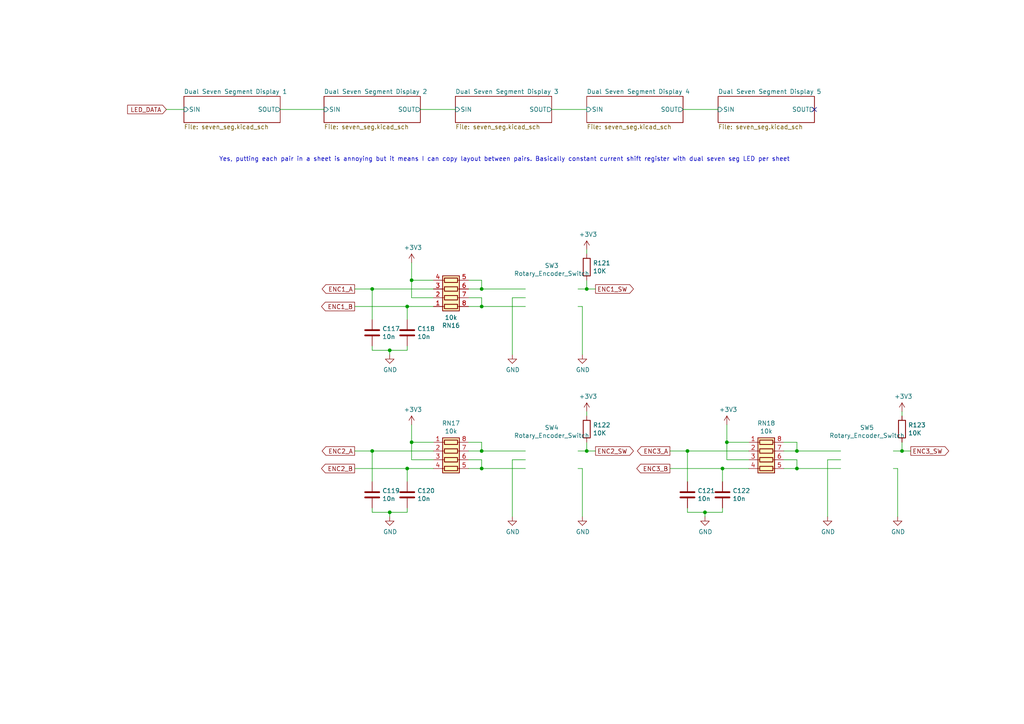
<source format=kicad_sch>
(kicad_sch (version 20210126) (generator eeschema)
  (paper "A4")
  (lib_symbols
    (symbol "Device:C" (pin_numbers hide) (pin_names (offset 0.254))
      (property "Reference" "C" (at 0.635 2.54 0))
      (property "Value" "C" (at 0.635 -2.54 0))
      (symbol "C_0_1"
        (polyline (pts (xy -2.032 -0.762) (xy 2.032 -0.762)) (stroke (width 0.508)))
        (polyline (pts (xy -2.032 0.762) (xy 2.032 0.762)) (stroke (width 0.508)))
      )
      (symbol "C_1_1"
        (pin passive line (at 0 3.81 270) (length 2.794) (name "~") (number "1"))
        (pin passive line (at 0 -3.81 90) (length 2.794) (name "~") (number "2"))
      )
    )
    (symbol "Device:R" (pin_numbers hide) (pin_names (offset 0))
      (property "Reference" "R" (at 2.032 0 90))
      (property "Value" "R" (at 0 0 90))
      (symbol "R_0_1"
        (rectangle (start -1.016 -2.54) (end 1.016 2.54) (stroke (width 0.254)))
      )
      (symbol "R_1_1"
        (pin passive line (at 0 3.81 270) (length 1.27) (name "~") (number "1"))
        (pin passive line (at 0 -3.81 90) (length 1.27) (name "~") (number "2"))
      )
    )
    (symbol "Device:R_Pack04" (pin_names (offset 0) hide)
      (property "Reference" "RN" (at -7.62 0 90))
      (property "Value" "R_Pack04" (at 5.08 0 90))
      (symbol "R_Pack04_0_1"
        (rectangle (start -5.715 1.905) (end -4.445 -1.905) (stroke (width 0.254)))
        (rectangle (start -3.175 1.905) (end -1.905 -1.905) (stroke (width 0.254)))
        (rectangle (start -0.635 1.905) (end 0.635 -1.905) (stroke (width 0.254)))
        (rectangle (start 1.905 1.905) (end 3.175 -1.905) (stroke (width 0.254)))
        (rectangle (start -6.35 -2.413) (end 3.81 2.413) (stroke (width 0.254)) (fill (type background)))
        (polyline (pts (xy -5.08 -2.54) (xy -5.08 -1.905)))
        (polyline (pts (xy -5.08 1.905) (xy -5.08 2.54)))
        (polyline (pts (xy -2.54 -2.54) (xy -2.54 -1.905)))
        (polyline (pts (xy -2.54 1.905) (xy -2.54 2.54)))
        (polyline (pts (xy 0 -2.54) (xy 0 -1.905)))
        (polyline (pts (xy 0 1.905) (xy 0 2.54)))
        (polyline (pts (xy 2.54 -2.54) (xy 2.54 -1.905)))
        (polyline (pts (xy 2.54 1.905) (xy 2.54 2.54)))
      )
      (symbol "R_Pack04_1_1"
        (pin passive line (at -5.08 -5.08 90) (length 2.54) (name "R1.1") (number "1"))
        (pin passive line (at -2.54 -5.08 90) (length 2.54) (name "R2.1") (number "2"))
        (pin passive line (at 0 -5.08 90) (length 2.54) (name "R3.1") (number "3"))
        (pin passive line (at 2.54 -5.08 90) (length 2.54) (name "R4.1") (number "4"))
        (pin passive line (at 2.54 5.08 270) (length 2.54) (name "R4.2") (number "5"))
        (pin passive line (at 0 5.08 270) (length 2.54) (name "R3.2") (number "6"))
        (pin passive line (at -2.54 5.08 270) (length 2.54) (name "R2.2") (number "7"))
        (pin passive line (at -5.08 5.08 270) (length 2.54) (name "R1.2") (number "8"))
      )
    )
    (symbol "power:+3.3V" (power) (pin_names (offset 0))
      (property "Value" "+3.3V" (at 0 3.556 0))
      (symbol "+3.3V_0_1"
        (polyline (pts (xy -0.762 1.27) (xy 0 2.54)))
        (polyline (pts (xy 0 0) (xy 0 2.54)))
        (polyline (pts (xy 0 2.54) (xy 0.762 1.27)))
      )
      (symbol "+3.3V_1_1"
        (pin power_in line (at 0 0 90) (length 0) hide (name "+3V3") (number "1"))
      )
    )
    (symbol "power:GND" (power) (pin_names (offset 0))
      (property "Value" "GND" (at 0 -3.81 0))
      (symbol "GND_0_1"
        (polyline (pts (xy 0 0) (xy 0 -1.27) (xy 1.27 -1.27) (xy 0 -2.54) (xy -1.27 -1.27) (xy 0 -1.27)))
      )
      (symbol "GND_1_1"
        (pin power_in line (at 0 0 270) (length 0) hide (name "GND") (number "1"))
      )
    )
  )
  (junction (at 107.95 83.82) (diameter 0.9144))
  (junction (at 107.95 130.81) (diameter 0.9144))
  (junction (at 113.03 101.6) (diameter 0.9144))
  (junction (at 113.03 148.59) (diameter 0.9144))
  (junction (at 118.11 88.9) (diameter 0.9144))
  (junction (at 118.11 135.89) (diameter 0.9144))
  (junction (at 119.38 81.28) (diameter 0.9144))
  (junction (at 119.38 128.27) (diameter 0.9144))
  (junction (at 139.7 83.82) (diameter 0.9144))
  (junction (at 139.7 88.9) (diameter 0.9144))
  (junction (at 139.7 130.81) (diameter 0.9144))
  (junction (at 139.7 135.89) (diameter 0.9144))
  (junction (at 170.18 83.82) (diameter 0.9144))
  (junction (at 170.18 130.81) (diameter 0.9144))
  (junction (at 199.39 130.81) (diameter 0.9144))
  (junction (at 204.47 148.59) (diameter 0.9144))
  (junction (at 209.55 135.89) (diameter 0.9144))
  (junction (at 210.82 128.27) (diameter 0.9144))
  (junction (at 231.14 130.81) (diameter 0.9144))
  (junction (at 231.14 135.89) (diameter 0.9144))
  (junction (at 261.62 130.81) (diameter 0.9144))
  (no_connect (at 236.22 31.75))
  (wire (pts (xy 48.26 31.75) (xy 53.34 31.75)))
  (wire (pts (xy 81.28 31.75) (xy 93.98 31.75)))
  (wire (pts (xy 102.87 83.82) (xy 107.95 83.82)))
  (wire (pts (xy 102.87 130.81) (xy 107.95 130.81)))
  (wire (pts (xy 107.95 83.82) (xy 107.95 92.71)))
  (wire (pts (xy 107.95 83.82) (xy 125.73 83.82)))
  (wire (pts (xy 107.95 100.33) (xy 107.95 101.6)))
  (wire (pts (xy 107.95 101.6) (xy 113.03 101.6)))
  (wire (pts (xy 107.95 130.81) (xy 107.95 139.7)))
  (wire (pts (xy 107.95 130.81) (xy 125.73 130.81)))
  (wire (pts (xy 107.95 147.32) (xy 107.95 148.59)))
  (wire (pts (xy 107.95 148.59) (xy 113.03 148.59)))
  (wire (pts (xy 113.03 101.6) (xy 118.11 101.6)))
  (wire (pts (xy 113.03 102.87) (xy 113.03 101.6)))
  (wire (pts (xy 113.03 148.59) (xy 118.11 148.59)))
  (wire (pts (xy 113.03 149.86) (xy 113.03 148.59)))
  (wire (pts (xy 118.11 88.9) (xy 102.87 88.9)))
  (wire (pts (xy 118.11 92.71) (xy 118.11 88.9)))
  (wire (pts (xy 118.11 101.6) (xy 118.11 100.33)))
  (wire (pts (xy 118.11 135.89) (xy 102.87 135.89)))
  (wire (pts (xy 118.11 139.7) (xy 118.11 135.89)))
  (wire (pts (xy 118.11 148.59) (xy 118.11 147.32)))
  (wire (pts (xy 119.38 81.28) (xy 119.38 76.2)))
  (wire (pts (xy 119.38 86.36) (xy 119.38 81.28)))
  (wire (pts (xy 119.38 128.27) (xy 119.38 123.19)))
  (wire (pts (xy 119.38 133.35) (xy 119.38 128.27)))
  (wire (pts (xy 121.92 31.75) (xy 132.08 31.75)))
  (wire (pts (xy 125.73 81.28) (xy 119.38 81.28)))
  (wire (pts (xy 125.73 86.36) (xy 119.38 86.36)))
  (wire (pts (xy 125.73 88.9) (xy 118.11 88.9)))
  (wire (pts (xy 125.73 128.27) (xy 119.38 128.27)))
  (wire (pts (xy 125.73 133.35) (xy 119.38 133.35)))
  (wire (pts (xy 125.73 135.89) (xy 118.11 135.89)))
  (wire (pts (xy 135.89 81.28) (xy 139.7 81.28)))
  (wire (pts (xy 135.89 83.82) (xy 139.7 83.82)))
  (wire (pts (xy 135.89 86.36) (xy 139.7 86.36)))
  (wire (pts (xy 135.89 128.27) (xy 139.7 128.27)))
  (wire (pts (xy 135.89 130.81) (xy 139.7 130.81)))
  (wire (pts (xy 135.89 133.35) (xy 139.7 133.35)))
  (wire (pts (xy 139.7 81.28) (xy 139.7 83.82)))
  (wire (pts (xy 139.7 83.82) (xy 152.4 83.82)))
  (wire (pts (xy 139.7 86.36) (xy 139.7 88.9)))
  (wire (pts (xy 139.7 88.9) (xy 135.89 88.9)))
  (wire (pts (xy 139.7 128.27) (xy 139.7 130.81)))
  (wire (pts (xy 139.7 130.81) (xy 152.4 130.81)))
  (wire (pts (xy 139.7 133.35) (xy 139.7 135.89)))
  (wire (pts (xy 139.7 135.89) (xy 135.89 135.89)))
  (wire (pts (xy 148.59 86.36) (xy 148.59 102.87)))
  (wire (pts (xy 148.59 133.35) (xy 148.59 149.86)))
  (wire (pts (xy 152.4 86.36) (xy 148.59 86.36)))
  (wire (pts (xy 152.4 88.9) (xy 139.7 88.9)))
  (wire (pts (xy 152.4 133.35) (xy 148.59 133.35)))
  (wire (pts (xy 152.4 135.89) (xy 139.7 135.89)))
  (wire (pts (xy 160.02 31.75) (xy 170.18 31.75)))
  (wire (pts (xy 168.91 88.9) (xy 167.64 88.9)))
  (wire (pts (xy 168.91 102.87) (xy 168.91 88.9)))
  (wire (pts (xy 168.91 135.89) (xy 167.64 135.89)))
  (wire (pts (xy 168.91 149.86) (xy 168.91 135.89)))
  (wire (pts (xy 170.18 72.39) (xy 170.18 73.66)))
  (wire (pts (xy 170.18 81.28) (xy 170.18 83.82)))
  (wire (pts (xy 170.18 83.82) (xy 167.64 83.82)))
  (wire (pts (xy 170.18 119.38) (xy 170.18 120.65)))
  (wire (pts (xy 170.18 128.27) (xy 170.18 130.81)))
  (wire (pts (xy 170.18 130.81) (xy 167.64 130.81)))
  (wire (pts (xy 172.72 83.82) (xy 170.18 83.82)))
  (wire (pts (xy 172.72 130.81) (xy 170.18 130.81)))
  (wire (pts (xy 194.31 130.81) (xy 199.39 130.81)))
  (wire (pts (xy 198.12 31.75) (xy 208.28 31.75)))
  (wire (pts (xy 199.39 130.81) (xy 199.39 139.7)))
  (wire (pts (xy 199.39 130.81) (xy 217.17 130.81)))
  (wire (pts (xy 199.39 147.32) (xy 199.39 148.59)))
  (wire (pts (xy 199.39 148.59) (xy 204.47 148.59)))
  (wire (pts (xy 204.47 148.59) (xy 209.55 148.59)))
  (wire (pts (xy 204.47 149.86) (xy 204.47 148.59)))
  (wire (pts (xy 209.55 135.89) (xy 194.31 135.89)))
  (wire (pts (xy 209.55 139.7) (xy 209.55 135.89)))
  (wire (pts (xy 209.55 148.59) (xy 209.55 147.32)))
  (wire (pts (xy 210.82 128.27) (xy 210.82 123.19)))
  (wire (pts (xy 210.82 133.35) (xy 210.82 128.27)))
  (wire (pts (xy 217.17 128.27) (xy 210.82 128.27)))
  (wire (pts (xy 217.17 133.35) (xy 210.82 133.35)))
  (wire (pts (xy 217.17 135.89) (xy 209.55 135.89)))
  (wire (pts (xy 227.33 128.27) (xy 231.14 128.27)))
  (wire (pts (xy 227.33 130.81) (xy 231.14 130.81)))
  (wire (pts (xy 227.33 133.35) (xy 231.14 133.35)))
  (wire (pts (xy 231.14 128.27) (xy 231.14 130.81)))
  (wire (pts (xy 231.14 130.81) (xy 243.84 130.81)))
  (wire (pts (xy 231.14 133.35) (xy 231.14 135.89)))
  (wire (pts (xy 231.14 135.89) (xy 227.33 135.89)))
  (wire (pts (xy 240.03 133.35) (xy 240.03 149.86)))
  (wire (pts (xy 243.84 133.35) (xy 240.03 133.35)))
  (wire (pts (xy 243.84 135.89) (xy 231.14 135.89)))
  (wire (pts (xy 260.35 135.89) (xy 259.08 135.89)))
  (wire (pts (xy 260.35 149.86) (xy 260.35 135.89)))
  (wire (pts (xy 261.62 119.38) (xy 261.62 120.65)))
  (wire (pts (xy 261.62 128.27) (xy 261.62 130.81)))
  (wire (pts (xy 261.62 130.81) (xy 259.08 130.81)))
  (wire (pts (xy 264.16 130.81) (xy 261.62 130.81)))
  (text "Yes, putting each pair in a sheet is annoying but it means I can copy layout between pairs. Basically constant current shift register with dual seven seg LED per sheet" (at 63.5 46.99 0) (effects (font (size 1.27 1.27)) (justify left bottom)))
  (global_label "LED_DATA" (shape input) (at 48.26 31.75 180) (property "Intersheet References" "${INTERSHEET_REFS}" (effects hide)))
  (global_label "ENC1_A" (shape output) (at 102.87 83.82 180) (property "Intersheet References" "${INTERSHEET_REFS}" (effects hide)))
  (global_label "ENC1_B" (shape output) (at 102.87 88.9 180) (property "Intersheet References" "${INTERSHEET_REFS}" (effects hide)))
  (global_label "ENC2_A" (shape output) (at 102.87 130.81 180) (property "Intersheet References" "${INTERSHEET_REFS}" (effects hide)))
  (global_label "ENC2_B" (shape output) (at 102.87 135.89 180) (property "Intersheet References" "${INTERSHEET_REFS}" (effects hide)))
  (global_label "ENC1_SW" (shape output) (at 172.72 83.82 0) (property "Intersheet References" "${INTERSHEET_REFS}" (effects hide)))
  (global_label "ENC2_SW" (shape output) (at 172.72 130.81 0) (property "Intersheet References" "${INTERSHEET_REFS}" (effects hide)))
  (global_label "ENC3_A" (shape output) (at 194.31 130.81 180) (property "Intersheet References" "${INTERSHEET_REFS}" (effects hide)))
  (global_label "ENC3_B" (shape output) (at 194.31 135.89 180) (property "Intersheet References" "${INTERSHEET_REFS}" (effects hide)))
  (global_label "ENC3_SW" (shape output) (at 264.16 130.81 0) (property "Intersheet References" "${INTERSHEET_REFS}" (effects hide)))
  (symbol (lib_id "power:+3.3V") (at 119.38 76.2 0) (unit 1)
    (property "Reference" "#PWR0197" (effects hide))
    (property "Value" "+3.3V" (at 119.761 71.8058 0))
  )
  (symbol (lib_id "power:+3.3V") (at 119.38 123.19 0) (unit 1)
    (property "Reference" "#PWR0203" (effects hide))
    (property "Value" "+3.3V" (at 119.761 118.7958 0))
  )
  (symbol (lib_id "power:+3.3V") (at 170.18 72.39 0) (unit 1)
    (property "Reference" "#PWR0196" (effects hide))
    (property "Value" "+3.3V" (at 170.561 67.9958 0))
  )
  (symbol (lib_id "power:+3.3V") (at 170.18 119.38 0) (unit 1)
    (property "Reference" "#PWR0201" (effects hide))
    (property "Value" "+3.3V" (at 170.561 114.9858 0))
  )
  (symbol (lib_id "power:+3.3V") (at 210.82 123.19 0) (unit 1)
    (property "Reference" "#PWR0204" (effects hide))
    (property "Value" "+3.3V" (at 211.201 118.7958 0))
  )
  (symbol (lib_id "power:+3.3V") (at 261.62 119.38 0) (unit 1)
    (property "Reference" "#PWR0202" (effects hide))
    (property "Value" "+3.3V" (at 262.001 114.9858 0))
  )
  (symbol (lib_id "power:GND") (at 113.03 102.87 0) (unit 1)
    (property "Reference" "#PWR0198" (effects hide))
    (property "Value" "GND" (at 113.157 107.2642 0))
  )
  (symbol (lib_id "power:GND") (at 113.03 149.86 0) (unit 1)
    (property "Reference" "#PWR0205" (effects hide))
    (property "Value" "GND" (at 113.157 154.2542 0))
  )
  (symbol (lib_id "power:GND") (at 148.59 102.87 0) (unit 1)
    (property "Reference" "#PWR0199" (effects hide))
    (property "Value" "GND" (at 148.717 107.2642 0))
  )
  (symbol (lib_id "power:GND") (at 148.59 149.86 0) (unit 1)
    (property "Reference" "#PWR0206" (effects hide))
    (property "Value" "GND" (at 148.717 154.2542 0))
  )
  (symbol (lib_id "power:GND") (at 168.91 102.87 0) (unit 1)
    (property "Reference" "#PWR0200" (effects hide))
    (property "Value" "GND" (at 169.037 107.2642 0))
  )
  (symbol (lib_id "power:GND") (at 168.91 149.86 0) (unit 1)
    (property "Reference" "#PWR0207" (effects hide))
    (property "Value" "GND" (at 169.037 154.2542 0))
  )
  (symbol (lib_id "power:GND") (at 204.47 149.86 0) (unit 1)
    (property "Reference" "#PWR0208" (effects hide))
    (property "Value" "GND" (at 204.597 154.2542 0))
  )
  (symbol (lib_id "power:GND") (at 240.03 149.86 0) (unit 1)
    (property "Reference" "#PWR0209" (effects hide))
    (property "Value" "GND" (at 240.157 154.2542 0))
  )
  (symbol (lib_id "power:GND") (at 260.35 149.86 0) (unit 1)
    (property "Reference" "#PWR0210" (effects hide))
    (property "Value" "GND" (at 260.477 154.2542 0))
  )
  (symbol (lib_id "Device:R") (at 170.18 77.47 0) (unit 1)
    (property "Reference" "R121" (at 171.958 76.3016 0) (effects (justify left)))
    (property "Value" "10K" (at 171.958 78.613 0) (effects (justify left)))
    (property "Footprint" "Resistor_SMD:R_0603_1608Metric" (effects hide))
  )
  (symbol (lib_id "Device:R") (at 170.18 124.46 0) (unit 1)
    (property "Reference" "R122" (at 171.958 123.2916 0) (effects (justify left)))
    (property "Value" "10K" (at 171.958 125.603 0) (effects (justify left)))
    (property "Footprint" "Resistor_SMD:R_0603_1608Metric" (effects hide))
  )
  (symbol (lib_id "Device:R") (at 261.62 124.46 0) (unit 1)
    (property "Reference" "R123" (at 263.398 123.2916 0) (effects (justify left)))
    (property "Value" "10K" (at 263.398 125.603 0) (effects (justify left)))
    (property "Footprint" "Resistor_SMD:R_0603_1608Metric" (effects hide))
  )
  (symbol (lib_id "Device:C") (at 107.95 96.52 0) (unit 1)
    (property "Reference" "C117" (at 110.871 95.3516 0) (effects (justify left)))
    (property "Value" "10n" (at 110.871 97.663 0) (effects (justify left)))
    (property "Footprint" "Capacitor_SMD:C_0603_1608Metric" (effects hide))
  )
  (symbol (lib_id "Device:C") (at 107.95 143.51 0) (unit 1)
    (property "Reference" "C119" (at 110.871 142.3416 0) (effects (justify left)))
    (property "Value" "10n" (at 110.871 144.653 0) (effects (justify left)))
    (property "Footprint" "Capacitor_SMD:C_0603_1608Metric" (effects hide))
  )
  (symbol (lib_id "Device:C") (at 118.11 96.52 0) (unit 1)
    (property "Reference" "C118" (at 121.031 95.3516 0) (effects (justify left)))
    (property "Value" "10n" (at 121.031 97.663 0) (effects (justify left)))
    (property "Footprint" "Capacitor_SMD:C_0603_1608Metric" (effects hide))
  )
  (symbol (lib_id "Device:C") (at 118.11 143.51 0) (unit 1)
    (property "Reference" "C120" (at 121.031 142.3416 0) (effects (justify left)))
    (property "Value" "10n" (at 121.031 144.653 0) (effects (justify left)))
    (property "Footprint" "Capacitor_SMD:C_0603_1608Metric" (effects hide))
  )
  (symbol (lib_id "Device:C") (at 199.39 143.51 0) (unit 1)
    (property "Reference" "C121" (at 202.311 142.3416 0) (effects (justify left)))
    (property "Value" "10n" (at 202.311 144.653 0) (effects (justify left)))
    (property "Footprint" "Capacitor_SMD:C_0603_1608Metric" (effects hide))
  )
  (symbol (lib_id "Device:C") (at 209.55 143.51 0) (unit 1)
    (property "Reference" "C122" (at 212.471 142.3416 0) (effects (justify left)))
    (property "Value" "10n" (at 212.471 144.653 0) (effects (justify left)))
    (property "Footprint" "Capacitor_SMD:C_0603_1608Metric" (effects hide))
  )
  (symbol (lib_id "Device:Rotary_Encoder_Switch") (at 160.02 86.36 0) (unit 1)
    (property "Reference" "SW3" (at 160.02 77.0382 0))
    (property "Value" "Rotary_Encoder_Switch" (at 160.02 79.3496 0))
    (property "Footprint" "Switch_WUT:Bourns_QuadratureEncoder_PEC11R-4015K-S0024" (effects hide))
  )
  (symbol (lib_id "Device:Rotary_Encoder_Switch") (at 160.02 133.35 0) (unit 1)
    (property "Reference" "SW4" (at 160.02 124.0282 0))
    (property "Value" "Rotary_Encoder_Switch" (at 160.02 126.3396 0))
    (property "Footprint" "Switch_WUT:Bourns_QuadratureEncoder_PEC11R-4015K-S0024" (effects hide))
  )
  (symbol (lib_id "Device:Rotary_Encoder_Switch") (at 251.46 133.35 0) (unit 1)
    (property "Reference" "SW5" (at 251.46 124.0282 0))
    (property "Value" "Rotary_Encoder_Switch" (at 251.46 126.3396 0))
    (property "Footprint" "Switch_WUT:Bourns_QuadratureEncoder_PEC11R-4015K-S0024" (effects hide))
  )
  (symbol (lib_id "Device:R_Pack04") (at 130.81 83.82 270) (mirror x) (unit 1)
    (property "Reference" "RN16" (at 130.81 94.4118 90))
    (property "Value" "10k" (at 130.81 92.1004 90))
    (property "Footprint" "Resistor_SMD:R_Array_Convex_4x0603" (effects hide))
  )
  (symbol (lib_id "Device:R_Pack04") (at 130.81 133.35 270) (unit 1)
    (property "Reference" "RN17" (at 130.81 122.7582 90))
    (property "Value" "10k" (at 130.81 125.0696 90))
    (property "Footprint" "Resistor_SMD:R_Array_Convex_4x0603" (effects hide))
  )
  (symbol (lib_id "Device:R_Pack04") (at 222.25 133.35 270) (unit 1)
    (property "Reference" "RN18" (at 222.25 122.7582 90))
    (property "Value" "10k" (at 222.25 125.0696 90))
    (property "Footprint" "Resistor_SMD:R_Array_Convex_4x0603" (effects hide))
  )
  (sheet (at 53.34 27.94) (size 27.94 7.62)
    (property "Sheet name" "Dual Seven Segment Display 1" (at 53.34 27.3045 0) (effects (justify left bottom)))
    (property "Sheet file" "seven_seg.kicad_sch" (at 53.34 36.0685 0) (effects (justify left top)))
    (pin "SIN" input (at 53.34 31.75 180))
    (pin "SOUT" output (at 81.28 31.75 0))
  )
  (sheet (at 93.98 27.94) (size 27.94 7.62)
    (property "Sheet name" "Dual Seven Segment Display 2" (at 93.98 27.3045 0) (effects (justify left bottom)))
    (property "Sheet file" "seven_seg.kicad_sch" (at 93.98 36.0685 0) (effects (justify left top)))
    (pin "SIN" input (at 93.98 31.75 180))
    (pin "SOUT" output (at 121.92 31.75 0))
  )
  (sheet (at 132.08 27.94) (size 27.94 7.62)
    (property "Sheet name" "Dual Seven Segment Display 3" (at 132.08 27.3045 0) (effects (justify left bottom)))
    (property "Sheet file" "seven_seg.kicad_sch" (at 132.08 36.0685 0) (effects (justify left top)))
    (pin "SIN" input (at 132.08 31.75 180))
    (pin "SOUT" output (at 160.02 31.75 0))
  )
  (sheet (at 170.18 27.94) (size 27.94 7.62)
    (property "Sheet name" "Dual Seven Segment Display 4" (at 170.18 27.3045 0) (effects (justify left bottom)))
    (property "Sheet file" "seven_seg.kicad_sch" (at 170.18 36.0685 0) (effects (justify left top)))
    (pin "SIN" input (at 170.18 31.75 180))
    (pin "SOUT" output (at 198.12 31.75 0))
  )
  (sheet (at 208.28 27.94) (size 27.94 7.62)
    (property "Sheet name" "Dual Seven Segment Display 5" (at 208.28 27.3045 0) (effects (justify left bottom)))
    (property "Sheet file" "seven_seg.kicad_sch" (at 208.28 36.0685 0) (effects (justify left top)))
    (pin "SIN" input (at 208.28 31.75 180))
    (pin "SOUT" output (at 236.22 31.75 0))
  )
)
</source>
